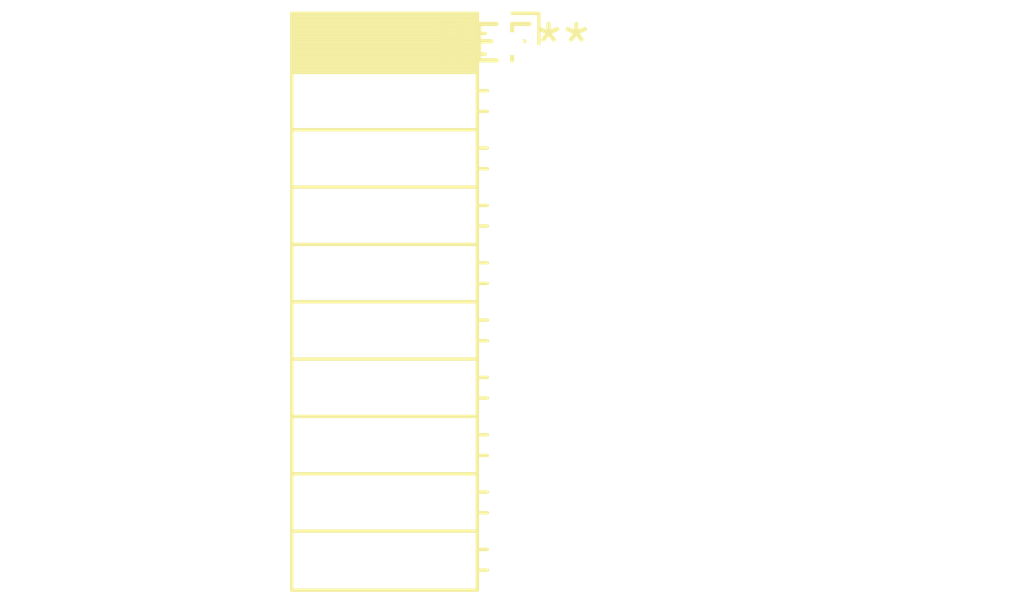
<source format=kicad_pcb>
(kicad_pcb (version 20240108) (generator pcbnew)
  (layers (0 "F.Cu" signal) (31 "B.Cu" signal) (34 "B.Paste" user) (35 "F.Paste" user) (36 "B.SilkS" user "B.Silkscreen") (37 "F.SilkS" user "F.Silkscreen") (38 "B.Mask" user) (39 "F.Mask" user) (44 "Edge.Cuts" user))
  (net 0 "")
  (footprint "PinSocket_1x10_P2.00mm_Horizontal" (layer "F.Cu") (at 0 0)
    (property "Reference" "REF**")
    (property "Value" "PinSocket_1x10_P2.00mm_Horizontal")
    (fp_line (start -7.68 -1.06) (end -7.68 19.06) (layer "F.SilkS") (stroke (width 0.12)))
    (fp_line (start -7.68 -1.06) (end -1.21 -1.06) (layer "F.SilkS") (stroke (width 0.12)))
    (fp_line (start -7.68 -0.94) (end -1.21 -0.94) (layer "F.SilkS") (stroke (width 0.12)))
    (fp_line (start -7.68 -0.825882) (end -1.21 -0.825882) (layer "F.SilkS") (stroke (width 0.12)))
    (fp_line (start -7.68 -0.711764) (end -1.21 -0.711764) (layer "F.SilkS") (stroke (width 0.12)))
    (fp_line (start -7.68 -0.597646) (end -1.21 -0.597646) (layer "F.SilkS") (stroke (width 0.12)))
    (fp_line (start -7.68 -0.483528) (end -1.21 -0.483528) (layer "F.SilkS") (stroke (width 0.12)))
    (fp_line (start -7.68 -0.36941) (end -1.21 -0.36941) (layer "F.SilkS") (stroke (width 0.12)))
    (fp_line (start -7.68 -0.255292) (end -1.21 -0.255292) (layer "F.SilkS") (stroke (width 0.12)))
    (fp_line (start -7.68 -0.141174) (end -1.21 -0.141174) (layer "F.SilkS") (stroke (width 0.12)))
    (fp_line (start -7.68 -0.027056) (end -1.21 -0.027056) (layer "F.SilkS") (stroke (width 0.12)))
    (fp_line (start -7.68 0.087062) (end -1.21 0.087062) (layer "F.SilkS") (stroke (width 0.12)))
    (fp_line (start -7.68 0.20118) (end -1.21 0.20118) (layer "F.SilkS") (stroke (width 0.12)))
    (fp_line (start -7.68 0.315298) (end -1.21 0.315298) (layer "F.SilkS") (stroke (width 0.12)))
    (fp_line (start -7.68 0.429416) (end -1.21 0.429416) (layer "F.SilkS") (stroke (width 0.12)))
    (fp_line (start -7.68 0.543534) (end -1.21 0.543534) (layer "F.SilkS") (stroke (width 0.12)))
    (fp_line (start -7.68 0.657652) (end -1.21 0.657652) (layer "F.SilkS") (stroke (width 0.12)))
    (fp_line (start -7.68 0.77177) (end -1.21 0.77177) (layer "F.SilkS") (stroke (width 0.12)))
    (fp_line (start -7.68 0.885888) (end -1.21 0.885888) (layer "F.SilkS") (stroke (width 0.12)))
    (fp_line (start -7.68 1) (end -1.21 1) (layer "F.SilkS") (stroke (width 0.12)))
    (fp_line (start -7.68 3) (end -1.21 3) (layer "F.SilkS") (stroke (width 0.12)))
    (fp_line (start -7.68 5) (end -1.21 5) (layer "F.SilkS") (stroke (width 0.12)))
    (fp_line (start -7.68 7) (end -1.21 7) (layer "F.SilkS") (stroke (width 0.12)))
    (fp_line (start -7.68 9) (end -1.21 9) (layer "F.SilkS") (stroke (width 0.12)))
    (fp_line (start -7.68 11) (end -1.21 11) (layer "F.SilkS") (stroke (width 0.12)))
    (fp_line (start -7.68 13) (end -1.21 13) (layer "F.SilkS") (stroke (width 0.12)))
    (fp_line (start -7.68 15) (end -1.21 15) (layer "F.SilkS") (stroke (width 0.12)))
    (fp_line (start -7.68 17) (end -1.21 17) (layer "F.SilkS") (stroke (width 0.12)))
    (fp_line (start -7.68 19.06) (end -1.21 19.06) (layer "F.SilkS") (stroke (width 0.12)))
    (fp_line (start -1.21 -1.06) (end -1.21 19.06) (layer "F.SilkS") (stroke (width 0.12)))
    (fp_line (start -1.21 -0.36) (end -0.935 -0.36) (layer "F.SilkS") (stroke (width 0.12)))
    (fp_line (start -1.21 0.36) (end -0.935 0.36) (layer "F.SilkS") (stroke (width 0.12)))
    (fp_line (start -1.21 1.64) (end -0.862917 1.64) (layer "F.SilkS") (stroke (width 0.12)))
    (fp_line (start -1.21 2.36) (end -0.862917 2.36) (layer "F.SilkS") (stroke (width 0.12)))
    (fp_line (start -1.21 3.64) (end -0.862917 3.64) (layer "F.SilkS") (stroke (width 0.12)))
    (fp_line (start -1.21 4.36) (end -0.862917 4.36) (layer "F.SilkS") (stroke (width 0.12)))
    (fp_line (start -1.21 5.64) (end -0.862917 5.64) (layer "F.SilkS") (stroke (width 0.12)))
    (fp_line (start -1.21 6.36) (end -0.862917 6.36) (layer "F.SilkS") (stroke (width 0.12)))
    (fp_line (start -1.21 7.64) (end -0.862917 7.64) (layer "F.SilkS") (stroke (width 0.12)))
    (fp_line (start -1.21 8.36) (end -0.862917 8.36) (layer "F.SilkS") (stroke (width 0.12)))
    (fp_line (start -1.21 9.64) (end -0.862917 9.64) (layer "F.SilkS") (stroke (width 0.12)))
    (fp_line (start -1.21 10.36) (end -0.862917 10.36) (layer "F.SilkS") (stroke (width 0.12)))
    (fp_line (start -1.21 11.64) (end -0.862917 11.64) (layer "F.SilkS") (stroke (width 0.12)))
    (fp_line (start -1.21 12.36) (end -0.862917 12.36) (layer "F.SilkS") (stroke (width 0.12)))
    (fp_line (start -1.21 13.64) (end -0.862917 13.64) (layer "F.SilkS") (stroke (width 0.12)))
    (fp_line (start -1.21 14.36) (end -0.862917 14.36) (layer "F.SilkS") (stroke (width 0.12)))
    (fp_line (start -1.21 15.64) (end -0.862917 15.64) (layer "F.SilkS") (stroke (width 0.12)))
    (fp_line (start -1.21 16.36) (end -0.862917 16.36) (layer "F.SilkS") (stroke (width 0.12)))
    (fp_line (start -1.21 17.64) (end -0.862917 17.64) (layer "F.SilkS") (stroke (width 0.12)))
    (fp_line (start -1.21 18.36) (end -0.862917 18.36) (layer "F.SilkS") (stroke (width 0.12)))
    (fp_line (start 0 -1.06) (end 0.935 -1.06) (layer "F.SilkS") (stroke (width 0.12)))
    (fp_line (start 0.935 -1.06) (end 0.935 0) (layer "F.SilkS") (stroke (width 0.12)))
    (pad "1" thru_hole rect (at 0 0) (size 1.35 1.35) (drill 0.8) (layers *.Cu *.Mask) (remove_unused_layers))
    (pad "2" thru_hole oval (at 0 2) (size 1.35 1.35) (drill 0.8) (layers *.Cu *.Mask) (remove_unused_layers))
    (pad "3" thru_hole oval (at 0 4) (size 1.35 1.35) (drill 0.8) (layers *.Cu *.Mask) (remove_unused_layers))
    (pad "4" thru_hole oval (at 0 6) (size 1.35 1.35) (drill 0.8) (layers *.Cu *.Mask) (remove_unused_layers))
    (pad "5" thru_hole oval (at 0 8) (size 1.35 1.35) (drill 0.8) (layers *.Cu *.Mask) (remove_unused_layers))
    (pad "6" thru_hole oval (at 0 10) (size 1.35 1.35) (drill 0.8) (layers *.Cu *.Mask) (remove_unused_layers))
    (pad "7" thru_hole oval (at 0 12) (size 1.35 1.35) (drill 0.8) (layers *.Cu *.Mask) (remove_unused_layers))
    (pad "8" thru_hole oval (at 0 14) (size 1.35 1.35) (drill 0.8) (layers *.Cu *.Mask) (remove_unused_layers))
    (pad "9" thru_hole oval (at 0 16) (size 1.35 1.35) (drill 0.8) (layers *.Cu *.Mask) (remove_unused_layers))
    (pad "10" thru_hole oval (at 0 18) (size 1.35 1.35) (drill 0.8) (layers *.Cu *.Mask) (remove_unused_layers))
  )
)
</source>
